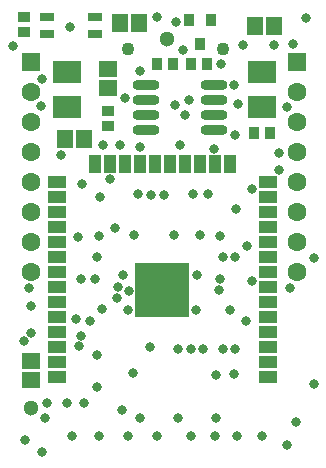
<source format=gbs>
G04*
G04 #@! TF.GenerationSoftware,Altium Limited,Altium Designer,19.1.8 (144)*
G04*
G04 Layer_Color=16711935*
%FSLAX25Y25*%
%MOIN*%
G70*
G01*
G75*
%ADD21R,0.03543X0.03937*%
%ADD26R,0.05906X0.05512*%
%ADD27R,0.05512X0.05906*%
%ADD28R,0.04134X0.03740*%
%ADD29R,0.03740X0.04134*%
%ADD30C,0.05118*%
%ADD32C,0.04331*%
%ADD33R,0.06299X0.06299*%
%ADD34C,0.06299*%
%ADD35C,0.03150*%
%ADD59R,0.04900X0.02600*%
%ADD65R,0.06299X0.03937*%
%ADD66R,0.03937X0.06299*%
%ADD67R,0.18110X0.18110*%
%ADD68R,0.09173X0.07480*%
%ADD69O,0.09055X0.03543*%
D21*
X61339Y150433D02*
D03*
X68819D02*
D03*
X65079Y142559D02*
D03*
D26*
X8858Y36811D02*
D03*
Y30512D02*
D03*
X34449Y134252D02*
D03*
Y127953D02*
D03*
D27*
X44685Y149606D02*
D03*
X38386D02*
D03*
X89764Y148425D02*
D03*
X83465D02*
D03*
X20079Y111024D02*
D03*
X26378D02*
D03*
D28*
X34449Y115059D02*
D03*
Y120177D02*
D03*
X6457Y151614D02*
D03*
Y146496D02*
D03*
D29*
X83133Y112987D02*
D03*
X88251D02*
D03*
X50787Y135827D02*
D03*
X55906D02*
D03*
X67323D02*
D03*
X62205D02*
D03*
D30*
X53937Y144094D02*
D03*
X8858Y21260D02*
D03*
D32*
X41142Y140748D02*
D03*
X72559D02*
D03*
D33*
X97441Y136614D02*
D03*
X8858D02*
D03*
D34*
X97441Y126614D02*
D03*
Y116614D02*
D03*
Y106614D02*
D03*
Y96614D02*
D03*
Y86614D02*
D03*
Y76614D02*
D03*
Y66614D02*
D03*
X8858Y126614D02*
D03*
Y116614D02*
D03*
Y106614D02*
D03*
Y96614D02*
D03*
Y86614D02*
D03*
Y76614D02*
D03*
Y66614D02*
D03*
D35*
X38922Y20620D02*
D03*
X30667Y28312D02*
D03*
X103114Y29238D02*
D03*
X95079Y61164D02*
D03*
X102958Y71362D02*
D03*
X31391Y78452D02*
D03*
X80614Y75299D02*
D03*
X65216Y78740D02*
D03*
X71755Y78676D02*
D03*
X2559Y141706D02*
D03*
X100260Y151168D02*
D03*
X18676Y105582D02*
D03*
X38386Y108824D02*
D03*
X20669Y22752D02*
D03*
X59332Y140666D02*
D03*
X12386Y130854D02*
D03*
X13923Y22752D02*
D03*
X57651Y17717D02*
D03*
X77093Y87518D02*
D03*
X25325Y45317D02*
D03*
X30690Y38878D02*
D03*
X57827Y40940D02*
D03*
X24606Y41761D02*
D03*
X48228Y41613D02*
D03*
X62205Y40940D02*
D03*
X65945Y41026D02*
D03*
X72876Y71449D02*
D03*
X63850Y54026D02*
D03*
X76378Y129016D02*
D03*
X76776Y112252D02*
D03*
X82283Y94323D02*
D03*
X77858Y122447D02*
D03*
X25689Y95787D02*
D03*
X42869Y33000D02*
D03*
X23655Y50867D02*
D03*
X8858Y55308D02*
D03*
X71755Y64275D02*
D03*
X74905Y53940D02*
D03*
X50787Y151416D02*
D03*
X89701Y142126D02*
D03*
X96114Y142598D02*
D03*
X57104Y149867D02*
D03*
X45079Y133688D02*
D03*
X40086Y124394D02*
D03*
X56693Y122095D02*
D03*
X76274Y32404D02*
D03*
X37816Y61645D02*
D03*
X37519Y57839D02*
D03*
X41038Y53822D02*
D03*
X41242Y60042D02*
D03*
X39321Y65373D02*
D03*
X28458Y50359D02*
D03*
X94051Y121614D02*
D03*
X91540Y106371D02*
D03*
X12186Y121774D02*
D03*
X6693Y10433D02*
D03*
X85630Y11811D02*
D03*
X77332D02*
D03*
X41217D02*
D03*
X61894D02*
D03*
X97192Y16416D02*
D03*
X21706Y148228D02*
D03*
X7928Y61164D02*
D03*
X22417Y11811D02*
D03*
X26378Y22752D02*
D03*
X72885Y40940D02*
D03*
X12243Y6496D02*
D03*
X94140Y8760D02*
D03*
X70045Y11811D02*
D03*
X50567D02*
D03*
X31363D02*
D03*
X13543Y17717D02*
D03*
X82405Y63535D02*
D03*
X76566Y71496D02*
D03*
X45079Y17717D02*
D03*
X6398Y43408D02*
D03*
X8858Y46143D02*
D03*
X44291Y92510D02*
D03*
X48759Y92345D02*
D03*
X53150Y92262D02*
D03*
X62847Y92510D02*
D03*
X67836Y92578D02*
D03*
X63993Y65373D02*
D03*
X25532Y64275D02*
D03*
X43077Y78740D02*
D03*
X36568Y81149D02*
D03*
X71392Y60417D02*
D03*
X30021Y64275D02*
D03*
X80293Y50359D02*
D03*
X30809Y71496D02*
D03*
X24482Y78100D02*
D03*
X32480Y54199D02*
D03*
X56508Y78855D02*
D03*
X91540Y100643D02*
D03*
X76776Y40940D02*
D03*
X70276Y17717D02*
D03*
Y32068D02*
D03*
X31875Y91550D02*
D03*
X32631Y108904D02*
D03*
X60079Y118799D02*
D03*
X45079Y108268D02*
D03*
X61339Y123799D02*
D03*
X58424Y108824D02*
D03*
X72047Y135827D02*
D03*
X35039Y97638D02*
D03*
X69882Y107480D02*
D03*
X79527Y142126D02*
D03*
D59*
X30079Y145866D02*
D03*
Y151693D02*
D03*
X14079D02*
D03*
Y145866D02*
D03*
D65*
X17520Y31496D02*
D03*
Y36496D02*
D03*
Y41496D02*
D03*
Y46496D02*
D03*
Y51496D02*
D03*
Y56496D02*
D03*
Y61496D02*
D03*
Y66496D02*
D03*
Y71496D02*
D03*
Y76496D02*
D03*
Y81496D02*
D03*
Y86496D02*
D03*
Y91496D02*
D03*
Y96496D02*
D03*
X87598D02*
D03*
Y91496D02*
D03*
Y86496D02*
D03*
Y81496D02*
D03*
Y76496D02*
D03*
Y71496D02*
D03*
Y66496D02*
D03*
Y61496D02*
D03*
Y56496D02*
D03*
Y51496D02*
D03*
Y46496D02*
D03*
Y41496D02*
D03*
Y36496D02*
D03*
Y31496D02*
D03*
D66*
X30079Y102402D02*
D03*
X35079D02*
D03*
X40079D02*
D03*
X45079D02*
D03*
X50079D02*
D03*
X55079D02*
D03*
X60079D02*
D03*
X65079D02*
D03*
X70079D02*
D03*
X75079D02*
D03*
D67*
X52421Y60417D02*
D03*
D68*
X20669Y133110D02*
D03*
Y121614D02*
D03*
X85630Y133110D02*
D03*
Y121614D02*
D03*
D69*
X69685Y128799D02*
D03*
Y123799D02*
D03*
Y118799D02*
D03*
Y113799D02*
D03*
X47087Y128799D02*
D03*
Y123799D02*
D03*
Y118799D02*
D03*
Y113799D02*
D03*
M02*

</source>
